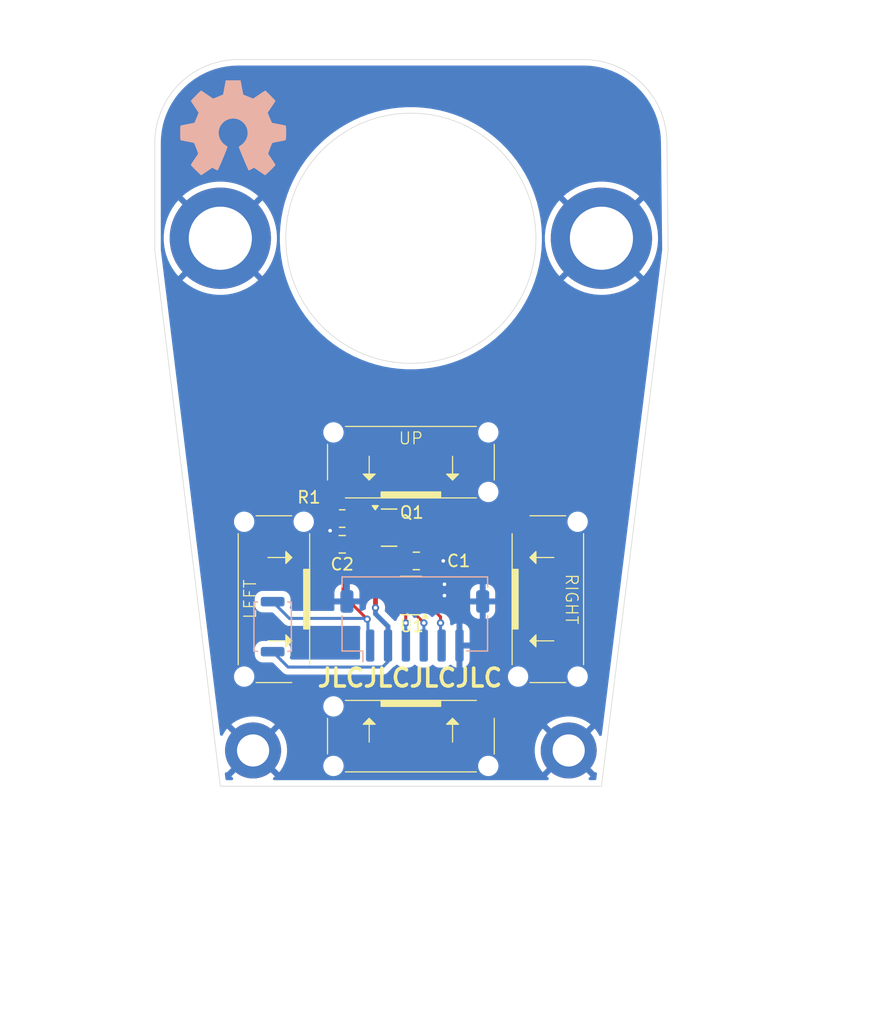
<source format=kicad_pcb>
(kicad_pcb (version 20241229) (generator "pcbnew") (generator_version "9.0")
  (title_block (title "finger cluster") (date "2025-04-19") (comment 1 "github: cinnamondev"))
  (layers (0 "F.Cu" signal) (2 "B.Cu" signal) (13 "F.Paste" user) (15 "B.Paste" user) (5 "F.SilkS" user "F.Silkscreen") (7 "B.SilkS" user "B.Silkscreen") (1 "F.Mask" user) (3 "B.Mask" user) (25 "Edge.Cuts" user))
  (net 0 "")
  (net 1 "GND")
  (net 2 "+3.3V")
  (net 3 "VDD")
  (net 4 "/INT'")
  (net 5 "/RST")
  (net 6 "/SCL")
  (net 7 "/SDA")
  (footprint "MountingHole:MountingHole_2.7mm_M2.5_DIN965_Pad" (layer "F.Cu") (at 113.25 93)
    (property "Reference" "H3" (hide yes))
    (property "Value" "MountingHole_Pad")
    (pad "1" thru_hole circle (at 0 0) (size 4.7 4.7) (drill 2.7) (layers "*.Cu" "*.Mask") (net 1 "GND"))
  )
  (footprint "cluster:key" (layer "F.Cu") (at 100 66.8)
    (property "Reference" "UP" (at 0 0 0) (layer "F.SilkS") (effects (font (thickness 0.1))))
    (property "Value" "key")
    (fp_line (start -7 3.5) (end -7 0.5) (stroke (width 0.1)) (layer "F.SilkS"))
    (fp_line (start -5.5 -1) (end 5.5 -1) (stroke (width 0.1)) (layer "F.SilkS"))
    (fp_line (start -3.5 1.5) (end -3.5 3.5) (stroke (width 0.1)) (layer "F.SilkS"))
    (fp_line (start 3.5 1.5) (end 3.5 3.5) (stroke (width 0.1)) (layer "F.SilkS"))
    (fp_line (start 5.5 5) (end -5.5 5) (stroke (width 0.1)) (layer "F.SilkS"))
    (fp_line (start 7 0.5) (end 7 3.5) (stroke (width 0.1)) (layer "F.SilkS"))
    (fp_rect (start -2.5 4.5) (end 2.5 5) (stroke (width 0.1)) (fill yes) (layer "F.SilkS"))
    (fp_poly (pts (xy -4 3) (xy -3 3) (xy -3.5 3.5)) (stroke (width 0.1)) (fill yes) (layer "F.SilkS"))
    (fp_poly (pts (xy 3 3) (xy 4 3) (xy 3.5 3.5)) (stroke (width 0.1)) (fill yes) (layer "F.SilkS"))
    (pad "" np_thru_hole circle (at -6.5 -0.5) (size 1.2 1.2) (drill 1.2) (layers "*.Cu" "*.Mask"))
    (pad "" np_thru_hole circle (at 6.5 -0.5) (size 1.2 1.2) (drill 1.2) (layers "*.Cu" "*.Mask"))
    (pad "" np_thru_hole circle (at 6.5 4.5) (size 1.2 1.2) (drill 1.2) (layers "*.Cu" "*.Mask"))
  )
  (footprint "cluster:key" (layer "F.Cu") (at 113.5 80.3 -90)
    (property "Reference" "RIGHT" (at 0 0 270) (layer "F.SilkS") (effects (font (thickness 0.1))))
    (property "Value" "key")
    (fp_line (start 5.5 5) (end -5.5 5) (stroke (width 0.1)) (layer "F.SilkS"))
    (fp_line (start -7 3.5) (end -7 0.5) (stroke (width 0.1)) (layer "F.SilkS"))
    (fp_line (start -3.5 1.5) (end -3.5 3.5) (stroke (width 0.1)) (layer "F.SilkS"))
    (fp_line (start 3.5 1.5) (end 3.5 3.5) (stroke (width 0.1)) (layer "F.SilkS"))
    (fp_line (start 7 0.5) (end 7 3.5) (stroke (width 0.1)) (layer "F.SilkS"))
    (fp_line (start -5.5 -1) (end 5.5 -1) (stroke (width 0.1)) (layer "F.SilkS"))
    (fp_rect (start -2.5 4.5) (end 2.5 5) (stroke (width 0.1)) (fill yes) (layer "F.SilkS"))
    (fp_poly (pts (xy -4 3) (xy -3 3) (xy -3.5 3.5)) (stroke (width 0.1)) (fill yes) (layer "F.SilkS"))
    (fp_poly (pts (xy 3 3) (xy 4 3) (xy 3.5 3.5)) (stroke (width 0.1)) (fill yes) (layer "F.SilkS"))
    (pad "" np_thru_hole circle (at -6.5 -0.5 270) (size 1.2 1.2) (drill 1.2) (layers "*.Cu" "*.Mask"))
    (pad "" np_thru_hole circle (at 6.5 -0.5 270) (size 1.2 1.2) (drill 1.2) (layers "*.Cu" "*.Mask"))
    (pad "" np_thru_hole circle (at 6.5 4.5 270) (size 1.2 1.2) (drill 1.2) (layers "*.Cu" "*.Mask"))
  )
  (footprint "Package_TO_SOT_SMD:SOT-23-6_Handsoldering" (layer "F.Cu") (at 100 80 180)
    (property "Reference" "U1" (at -0.076 -2.55 0) (layer "F.SilkS"))
    (property "Value" "TMAG5263")
    (fp_line (start 0.1 -1.61) (end 0.9 -1.61) (stroke (width 0.12)) (layer "F.SilkS"))
    (fp_line (start 0.1 -1.61) (end -0.7 -1.61) (stroke (width 0.12)) (layer "F.SilkS"))
    (fp_line (start -0.9 1.61) (end 0.9 1.61) (stroke (width 0.12)) (layer "F.SilkS"))
    (fp_poly (pts (xy -1.2 -1.56) (xy -1.44 -1.89) (xy -0.96 -1.89) (xy -1.2 -1.56)) (stroke (width 0.12)) (fill yes) (layer "F.SilkS"))
    (pad "1" smd roundrect (at -1.35 -0.95 180) (size 1.56 0.65) (layers "F.Cu" "F.Mask" "F.Paste") (net 6 "/SCL"))
    (pad "2" smd roundrect (at -1.35 0 180) (size 1.56 0.65) (layers "F.Cu" "F.Mask" "F.Paste") (net 1 "GND"))
    (pad "3" smd roundrect (at -1.35 0.95 180) (size 1.56 0.65) (layers "F.Cu" "F.Mask" "F.Paste") (net 1 "GND"))
    (pad "4" smd roundrect (at 1.35 0.95 180) (size 1.56 0.65) (layers "F.Cu" "F.Mask" "F.Paste") (net 3 "VDD"))
    (pad "5" smd roundrect (at 1.35 0 180) (size 1.56 0.65) (layers "F.Cu" "F.Mask" "F.Paste") (net 4 "/INT'"))
    (pad "6" smd roundrect (at 1.35 -0.95 180) (size 1.56 0.65) (layers "F.Cu" "F.Mask" "F.Paste") (net 7 "/SDA"))
  )
  (footprint "cluster:key" (layer "F.Cu") (at 100 93.8 180)
    (property "Reference" "DOWN" (hide yes))
    (property "Value" "key" (hide yes))
    (fp_line (start 7 0.5) (end 7 3.5) (stroke (width 0.1)) (layer "F.SilkS"))
    (fp_line (start 5.5 5) (end -5.5 5) (stroke (width 0.1)) (layer "F.SilkS"))
    (fp_line (start 3.5 1.5) (end 3.5 3.5) (stroke (width 0.1)) (layer "F.SilkS"))
    (fp_line (start -3.5 1.5) (end -3.5 3.5) (stroke (width 0.1)) (layer "F.SilkS"))
    (fp_line (start -5.5 -1) (end 5.5 -1) (stroke (width 0.1)) (layer "F.SilkS"))
    (fp_line (start -7 3.5) (end -7 0.5) (stroke (width 0.1)) (layer "F.SilkS"))
    (fp_rect (start -2.5 4.5) (end 2.5 5) (stroke (width 0.1)) (fill yes) (layer "F.SilkS"))
    (fp_poly (pts (xy 3 3) (xy 4 3) (xy 3.5 3.5)) (stroke (width 0.1)) (fill yes) (layer "F.SilkS"))
    (fp_poly (pts (xy -4 3) (xy -3 3) (xy -3.5 3.5)) (stroke (width 0.1)) (fill yes) (layer "F.SilkS"))
    (pad "" np_thru_hole circle (at -6.5 -0.5 180) (size 1.2 1.2) (drill 1.2) (layers "*.Cu" "*.Mask"))
    (pad "" np_thru_hole circle (at 6.5 -0.5 180) (size 1.2 1.2) (drill 1.2) (layers "*.Cu" "*.Mask"))
    (pad "" np_thru_hole circle (at 6.5 4.5 180) (size 1.2 1.2) (drill 1.2) (layers "*.Cu" "*.Mask"))
  )
  (footprint "Capacitor_SMD:C_0805_2012Metric_Pad1.18x1.45mm_HandSolder" (layer "F.Cu") (at 100.457 77.089)
    (property "Reference" "C1" (at 3.556 0 0) (layer "F.SilkS"))
    (property "Value" "100n")
    (fp_line (start -0.261252 -0.735) (end 0.261252 -0.735) (stroke (width 0.12)) (layer "F.SilkS"))
    (fp_line (start -0.261252 0.735) (end 0.261252 0.735) (stroke (width 0.12)) (layer "F.SilkS"))
    (pad "1" smd roundrect (at -1.0375 0) (size 1.175 1.45) (layers "F.Cu" "F.Mask" "F.Paste") (roundrect_rratio 0.212766) (net 3 "VDD"))
    (pad "2" smd roundrect (at 1.0375 0) (size 1.175 1.45) (layers "F.Cu" "F.Mask" "F.Paste") (roundrect_rratio 0.212766) (net 1 "GND"))
  )
  (footprint "MountingHole:MountingHole_2.7mm_M2.5_DIN965_Pad" (layer "F.Cu") (at 86.75 93)
    (property "Reference" "H4" (hide yes))
    (property "Value" "MountingHole_Pad")
    (pad "1" thru_hole circle (at 0 0) (size 4.7 4.7) (drill 2.7) (layers "*.Cu" "*.Mask") (net 1 "GND"))
  )
  (footprint "MountingHole:MountingHole_5.3mm_M5_ISO14580_Pad" (layer "F.Cu") (at 116 50)
    (property "Reference" "H1" (hide yes))
    (property "Value" "MountingHole_Pad")
    (pad "1" thru_hole circle (at 0 0) (size 8.5 8.5) (drill 5.3) (layers "*.Cu" "*.Mask") (net 1 "GND"))
  )
  (footprint "Capacitor_SMD:C_0805_2012Metric_Pad1.18x1.45mm_HandSolder" (layer "F.Cu") (at 94.234 75.692 180)
    (property "Reference" "C2" (at 0 -1.68 0) (layer "F.SilkS"))
    (property "Value" "1u")
    (fp_line (start -0.261252 0.735) (end 0.261252 0.735) (stroke (width 0.12)) (layer "F.SilkS"))
    (fp_line (start -0.261252 -0.735) (end 0.261252 -0.735) (stroke (width 0.12)) (layer "F.SilkS"))
    (pad "1" smd roundrect (at -1.0375 0 180) (size 1.175 1.45) (layers "F.Cu" "F.Mask" "F.Paste") (roundrect_rratio 0.212766) (net 2 "+3.3V"))
    (pad "2" smd roundrect (at 1.0375 0 180) (size 1.175 1.45) (layers "F.Cu" "F.Mask" "F.Paste") (roundrect_rratio 0.212766) (net 1 "GND"))
  )
  (footprint "cluster:key" (layer "F.Cu") (at 86.5 80.3 90)
    (property "Reference" "LEFT" (at 0 0 90) (layer "F.SilkS") (effects (font (thickness 0.1))))
    (property "Value" "key")
    (fp_line (start -5.5 -1) (end 5.5 -1) (stroke (width 0.1)) (layer "F.SilkS"))
    (fp_line (start 7 0.5) (end 7 3.5) (stroke (width 0.1)) (layer "F.SilkS"))
    (fp_line (start 3.5 1.5) (end 3.5 3.5) (stroke (width 0.1)) (layer "F.SilkS"))
    (fp_line (start -3.5 1.5) (end -3.5 3.5) (stroke (width 0.1)) (layer "F.SilkS"))
    (fp_line (start -7 3.5) (end -7 0.5) (stroke (width 0.1)) (layer "F.SilkS"))
    (fp_line (start 5.5 5) (end -5.5 5) (stroke (width 0.1)) (layer "F.SilkS"))
    (fp_rect (start -2.5 4.5) (end 2.5 5) (stroke (width 0.1)) (fill yes) (layer "F.SilkS"))
    (fp_poly (pts (xy 3 3) (xy 4 3) (xy 3.5 3.5)) (stroke (width 0.1)) (fill yes) (layer "F.SilkS"))
    (fp_poly (pts (xy -4 3) (xy -3 3) (xy -3.5 3.5)) (stroke (width 0.1)) (fill yes) (layer "F.SilkS"))
    (pad "" np_thru_hole circle (at -6.5 -0.5 90) (size 1.2 1.2) (drill 1.2) (layers "*.Cu" "*.Mask"))
    (pad "" np_thru_hole circle (at 6.5 -0.5 90) (size 1.2 1.2) (drill 1.2) (layers "*.Cu" "*.Mask"))
    (pad "" np_thru_hole circle (at 6.5 4.5 90) (size 1.2 1.2) (drill 1.2) (layers "*.Cu" "*.Mask"))
  )
  (footprint "MountingHole:MountingHole_5.3mm_M5_ISO14580_Pad" (layer "F.Cu") (at 84 50)
    (property "Reference" "H2" (hide yes))
    (property "Value" "MountingHole_Pad")
    (pad "1" thru_hole circle (at 0 0) (size 8.5 8.5) (drill 5.3) (layers "*.Cu" "*.Mask") (net 1 "GND"))
  )
  (footprint "Resistor_SMD:R_0805_2012Metric_Pad1.20x1.40mm_HandSolder" (layer "F.Cu") (at 94.234 73.533 180)
    (property "Reference" "R1" (at 2.794 1.778 0) (layer "F.SilkS"))
    (property "Value" "10K")
    (fp_line (start -0.227064 0.735) (end 0.227064 0.735) (stroke (width 0.12)) (layer "F.SilkS"))
    (fp_line (start -0.227064 -0.735) (end 0.227064 -0.735) (stroke (width 0.12)) (layer "F.SilkS"))
    (pad "1" smd roundrect (at -1 0 180) (size 1.2 1.4) (layers "F.Cu" "F.Mask" "F.Paste") (roundrect_rratio 0.208333) (net 5 "/RST"))
    (pad "2" smd roundrect (at 1 0 180) (size 1.2 1.4) (layers "F.Cu" "F.Mask" "F.Paste") (roundrect_rratio 0.208333) (net 1 "GND"))
  )
  (footprint "Package_TO_SOT_SMD:SOT-23" (layer "F.Cu") (at 98.171 74.295)
    (property "Reference" "Q1" (at 1.905 -1.27 0) (layer "F.SilkS"))
    (property "Value" "BSS84")
    (fp_line (start 0 -1.56) (end -0.65 -1.56) (stroke (width 0.12)) (layer "F.SilkS"))
    (fp_line (start 0 -1.56) (end 0.65 -1.56) (stroke (width 0.12)) (layer "F.SilkS"))
    (fp_line (start 0 1.56) (end -0.65 1.56) (stroke (width 0.12)) (layer "F.SilkS"))
    (fp_line (start 0 1.56) (end 0.65 1.56) (stroke (width 0.12)) (layer "F.SilkS"))
    (fp_poly (pts (xy -1.1625 -1.51) (xy -1.4025 -1.84) (xy -0.9225 -1.84)) (stroke (width 0.12)) (fill yes) (layer "F.SilkS"))
    (pad "1" smd roundrect (at -0.9375 -0.95) (size 1.475 0.6) (layers "F.Cu" "F.Mask" "F.Paste") (net 5 "/RST"))
    (pad "2" smd roundrect (at -0.9375 0.95) (size 1.475 0.6) (layers "F.Cu" "F.Mask" "F.Paste") (net 2 "+3.3V"))
    (pad "3" smd roundrect (at 0.9375 0) (size 1.475 0.6) (layers "F.Cu" "F.Mask" "F.Paste") (net 3 "VDD"))
  )
  (footprint "Symbol:OSHW-Symbol_8.9x8mm_SilkScreen" (layer "B.Cu") (at 85.09 40.7416 180)
    (property "Reference" "REF**" (hide yes))
    (property "Value" "OSHW-Symbol_8.9x8mm_SilkScreen" (hide yes))
    (fp_poly (pts (xy 0.746536 3.399573) (xy 0.859118 2.802382) (xy 1.274531 2.631135) (xy 1.689945 2.459888) (xy 2.188302 2.798767) (xy 2.327869 2.893123) (xy 2.454029 2.97737) (xy 2.560896 3.047662) (xy 2.642583 3.100153) (xy 2.693202 3.130996) (xy 2.706987 3.137647) (xy 2.731821 3.120542) (xy 2.784889 3.073256) (xy 2.860241 3.001828) (xy 2.95193 2.9123) (xy 3.054008 2.810711) (xy 3.160527 2.703102) (xy 3.265537 2.595513) (xy 3.363092 2.493985) (xy 3.447243 2.404559) (xy 3.512041 2.333274) (xy 3.551538 2.286172) (xy 3.560981 2.270408) (xy 3.547392 2.241347) (xy 3.509294 2.177679) (xy 3.450694 2.085633) (xy 3.375598 1.971436) (xy 3.288009 1.841316) (xy 3.237255 1.767099) (xy 3.144746 1.631578) (xy 3.062541 1.509284) (xy 2.994631 1.406305) (xy 2.945001 1.328727) (xy 2.917641 1.282639) (xy 2.91353 1.272953) (xy 2.92285 1.245426) (xy 2.948255 1.181272) (xy 2.985912 1.08951) (xy 3.031987 0.979161) (xy 3.082647 0.859245) (xy 3.13406 0.738781) (xy 3.18239 0.626791) (xy 3.223807 0.532293) (xy 3.254475 0.464308) (xy 3.270562 0.431857) (xy 3.271512 0.43058) (xy 3.296773 0.424383) (xy 3.364046 0.41056) (xy 3.466361 0.390468) (xy 3.596742 0.365466) (xy 3.748217 0.336914) (xy 3.836594 0.320449) (xy 3.998453 0.289631) (xy 4.14465 0.260306) (xy 4.267788 0.234079) (xy 4.36047 0.212554) (xy 4.415302 0.197335) (xy 4.426324 0.192507) (xy 4.437119 0.159826) (xy 4.44583 0.086015) (xy 4.452461 -0.020292) (xy 4.457019 -0.150467) (xy 4.45951 -0.295876) (xy 4.459939 -0.44789) (xy 4.458312 -0.597877) (xy 4.454636 -0.737206) (xy 4.448916 -0.857245) (xy 4.441158 -0.949365) (xy 4.431369 -1.004932) (xy 4.425497 -1.0165) (xy 4.3904 -1.030365) (xy 4.316029 -1.050188) (xy 4.212224 -1.073639) (xy 4.08882 -1.098391) (xy 4.045742 -1.106398) (xy 3.838048 -1.144441) (xy 3.673985 -1.175079) (xy 3.548131 -1.199529) (xy 3.455066 -1.219009) (xy 3.389368 -1.234736) (xy 3.345618 -1.247928) (xy 3.318393 -1.259804) (xy 3.302273 -1.27158) (xy 3.300018 -1.273908) (xy 3.277504 -1.3114) (xy 3.243159 -1.384365) (xy 3.200412 -1.483867) (xy 3.152693 -1.600973) (xy 3.103431 -1.726748) (xy 3.056056 -1.852257) (xy 3.013996 -1.968565) (xy 2.980681 -2.066739) (xy 2.959542 -2.137843) (xy 2.954006 -2.172942) (xy 2.954467 -2.174172) (xy 2.973224 -2.202861) (xy 3.015777 -2.265985) (xy 3.077654 -2.356973) (xy 3.154383 -2.469255) (xy 3.241492 -2.59626) (xy 3.266299 -2.632353) (xy 3.354753 -2.763203) (xy 3.432589 -2.882591) (xy 3.495567 -2.983662) (xy 3.539446 -3.059559) (xy 3.559986 -3.103427) (xy 3.560981 -3.108817) (xy 3.543723 -3.137144) (xy 3.496036 -3.193261) (xy 3.424051 -3.271137) (xy 3.333898 -3.36474) (xy 3.231706 -3.468041) (xy 3.123606 -3.575006) (xy 3.015729 -3.679606) (xy 2.914205 -3.775809) (xy 2.825163 -3.857584) (xy 2.754734 -3.9189) (xy 2.709048 -3.953726) (xy 2.69641 -3.959412) (xy 2.666992 -3.94602) (xy 2.606762 -3.909899) (xy 2.52553 -3.857136) (xy 2.463031 -3.814667) (xy 2.349786 -3.73674) (xy 2.215675 -3.644984) (xy 2.081156 -3.553375) (xy 2.008834 -3.504346) (xy 1.764039 -3.33877) (xy 1.558551 -3.449875) (xy 1.464937 -3.498548) (xy 1.385331 -3.536381) (xy 1.331468 -3.557958) (xy 1.317758 -3.560961) (xy 1.301271 -3.538793) (xy 1.268746 -3.476149) (xy 1.222609 -3.378809) (xy 1.165291 -3.252549) (xy 1.099217 -3.10315) (xy 1.026816 -2.936388) (xy 0.950517 -2.758042) (xy 0.872747 -2.573891) (xy 0.795935 -2.389712) (xy 0.722507 -2.211285) (xy 0.654893 -2.044387) (xy 0.595521 -1.894797) (xy 0.546817 -1.768293) (xy 0.511211 -1.670654) (xy 0.491131 -1.607657) (xy 0.487901 -1.586021) (xy 0.513497 -1.558424) (xy 0.569539 -1.513625) (xy 0.644312 -1.460934) (xy 0.650588 -1.456765) (xy 0.843846 -1.302069) (xy 0.999675 -1.121591) (xy 1.116725 -0.921102) (xy 1.193646 -0.706374) (xy 1.229087 -0.483177) (xy 1.221698 -0.257281) (xy 1.170128 -0.034459) (xy 1.073027 0.179521) (xy 1.044459 0.226336) (xy 0.895869 0.415382) (xy 0.720328 0.567188) (xy 0.523911 0.680966) (xy 0.312694 0.755925) (xy 0.092754 0.791278) (xy -0.129836 0.786233) (xy -0.348998 0.740001) (xy -0.558657 0.651794) (xy -0.752738 0.520821) (xy -0.812773 0.467663) (xy -0.965564 0.301261) (xy -1.076902 0.126088) (xy -1.153276 -0.070266) (xy -1.195812 -0.264717) (xy -1.206313 -0.483342) (xy -1.171299 -0.703052) (xy -1.094326 -0.91642) (xy -0.978952 -1.116022) (xy -0.828734 -1.294429) (xy -0.647226 -1.444217) (xy -0.623372 -1.460006) (xy -0.547798 -1.511712) (xy -0.490348 -1.556512) (xy -0.462882 -1.585117) (xy -0.462482 -1.586021) (xy -0.468379 -1.616964) (xy -0.491754 -1.687191) (xy -0.530178 -1.790925) (xy -0.581222 -1.92239) (xy -0.642457 -2.075807) (xy -0.711455 -2.245401) (xy -0.785786 -2.425393) (xy -0.863021 -2.610008) (xy -0.940731 -2.793468) (xy -1.016488 -2.969996) (xy -1.087862 -3.133814) (xy -1.152425 -3.279147) (xy -1.207747 -3.400217) (xy -1.251399 -3.491247) (xy -1.280953 -3.54646) (xy -1.292855 -3.560961) (xy -1.329222 -3.549669) (xy -1.397269 -3.519385) (xy -1.485263 -3.47552) (xy -1.533649 -3.449875) (xy -1.739136 -3.33877) (xy -1.983931 -3.504346) (xy -2.108893 -3.58917) (xy -2.245704 -3.682516) (xy -2.373911 -3.770408) (xy -2.438128 -3.814667) (xy -2.528448 -3.875318) (xy -2.604928 -3.923381) (xy -2.657592 -3.95277) (xy -2.674697 -3.958982) (xy -2.699594 -3.942223) (xy -2.754694 -3.895436) (xy -2.834656 -3.82348) (xy -2.934139 -3.731212) (xy -3.047799 -3.62349) (xy -3.119684 -3.554326) (xy -3.245448 -3.430757) (xy -3.354136 -3.320234) (xy -3.441354 -3.227485) (xy -3.50271 -3.157237) (xy -3.533808 -3.11422) (xy -3.536791 -3.10549) (xy -3.522946 -3.072284) (xy -3.484687 -3.005142) (xy -3.426258 -2.910863) (xy -3.351902 -2.796245) (xy -3.265864 -2.668083) (xy -3.241397 -2.632353) (xy -3.152245 -2.502489) (xy -3.072261 -2.385569) (xy -3.005919 -2.288162) (xy -2.957688 -2.216839) (xy -2.932042 -2.17817) (xy -2.929564 -2.174172) (xy -2.93327 -2.143355) (xy -2.952938 -2.075599) (xy -2.985139 -1.979839) (xy -3.026444 -1.865009) (xy -3.073424 -1.740044) (xy -3.12265 -1.613879) (xy -3.170691 -1.495448) (xy -3.214118 -1.393685) (xy -3.249503 -1.317526) (xy -3.273415 -1.275904) (xy -3.275115 -1.273908) (xy -3.289737 -1.262013) (xy -3.314434 -1.25025) (xy -3.354627 -1.237401) (xy -3.415736 -1.222249) (xy -3.503182 -1.203576) (xy -3.622387 -1.180165) (xy -3.778772 -1.150797) (xy -3.977756 -1.114255) (xy -4.020839 -1.106398) (xy -4.148529 -1.081727) (xy -4.259846 -1.057593) (xy -4.344954 -1.036324) (xy -4.394016 -1.020248) (xy -4.400594 -1.0165) (xy -4.411435 -0.983273) (xy -4.420246 -0.909021) (xy -4.427023 -0.802376) (xy -4.431759 -0.671967) (xy -4.434449 -0.526427) (xy -4.435086 -0.374386) (xy -4.433665 -0.224476) (xy -4.430179 -0.085328) (xy -4.424623 0.034428) (xy -4.416991 0.126159) (xy -4.407277 0.181234) (xy -4.401421 0.192507) (xy -4.368819 0.203877) (xy -4.294581 0.222376) (xy -4.186103 0.246398) (xy -4.050782 0.274338) (xy -3.896014 0.304592) (xy -3.811692 0.320449) (xy -3.651703 0.350356) (xy -3.509032 0.37745) (xy -3.390651 0.400369) (xy -3.303534 0.417757) (xy -3.254654 0.428253) (xy -3.246609 0.43058) (xy -3.233012 0.456814) (xy -3.20427 0.520005) (xy -3.164214 0.611123) (xy -3.116675 0.721143) (xy -3.065484 0.841035) (xy -3.014473 0.961773) (xy -2.967473 1.074329) (xy -2.928315 1.169674) (xy -2.90083 1.238783) (xy -2.88885 1.272626) (xy -2.888627 1.274105) (xy -2.902208 1.300803) (xy -2.940284 1.36224) (xy -2.998852 1.452311) (xy -3.073911 1.56491) (xy -3.161459 1.69393) (xy -3.212352 1.768039) (xy -3.30509 1.903923) (xy -3.387458 2.027291) (xy -3.455438 2.131903) (xy -3.505011 2.211517) (xy -3.532157 2.259893) (xy -3.536078 2.270738) (xy -3.519224 2.29598) (xy -3.472631 2.349876) (xy -3.402251 2.426387) (xy -3.314034 2.519477) (xy -3.213934 2.623105) (xy -3.107901 2.731236) (xy -3.001888 2.83783) (xy -2.901847 2.93685) (xy -2.813729 3.022258) (xy -2.743486 3.088015) (xy -2.697071 3.128084) (xy -2.681543 3.137647) (xy -2.65626 3.1242) (xy -2.595788 3.086425) (xy -2.506007 3.028165) (xy -2.392796 2.953266) (xy -2.262036 2.865575) (xy -2.1634 2.798767) (xy -1.665042 2.459888) (xy -1.249629 2.631135) (xy -0.834215 2.802382) (xy -0.721633 3.399573) (xy -0.60905 3.996765) (xy 0.633953 3.996765) (xy 0.746536 3.399573)) (stroke (width 0.01)) (fill yes) (layer "B.SilkS"))
  )
  (footprint "Connector_JST:JST_ZH_S6B-ZR-SM4A-TF_1x06-1MP_P1.50mm_Horizontal" (layer "B.Cu") (at 100.33 82.542)
    (property "Reference" "J1" (hide yes))
    (property "Value" "Conn_01x06_MountingPin")
    (fp_line (start -6.11 -4.11) (end 6.11 -4.11) (stroke (width 0.12)) (layer "B.SilkS"))
    (fp_line (start -6.11 -3.26) (end -6.11 -4.11) (stroke (width 0.12)) (layer "B.SilkS"))
    (fp_line (start -6.11 -0.84) (end -6.11 2.11) (stroke (width 0.12)) (layer "B.SilkS"))
    (fp_line (start -6.11 2.11) (end -4.36 2.11) (stroke (width 0.12)) (layer "B.SilkS"))
    (fp_line (start -4.36 2.11) (end -4.36 3) (stroke (width 0.12)) (layer "B.SilkS"))
    (fp_line (start 6.11 -4.11) (end 6.11 -3.26) (stroke (width 0.12)) (layer "B.SilkS"))
    (fp_line (start 6.11 -0.84) (end 6.11 2.11) (stroke (width 0.12)) (layer "B.SilkS"))
    (fp_line (start 6.11 2.11) (end 4.36 2.11) (stroke (width 0.12)) (layer "B.SilkS"))
    (pad "1" smd roundrect (at -3.75 1.65) (size 0.7 2.7) (layers "B.Cu" "B.Mask" "B.Paste") (net 5 "/RST"))
    (pad "2" smd roundrect (at -2.25 1.65) (size 0.7 2.7) (layers "B.Cu" "B.Mask" "B.Paste") (net 2 "+3.3V"))
    (pad "3" smd roundrect (at -0.75 1.65) (size 0.7 2.7) (layers "B.Cu" "B.Mask" "B.Paste") (net 7 "/SDA"))
    (pad "4" smd roundrect (at 0.75 1.65) (size 0.7 2.7) (layers "B.Cu" "B.Mask" "B.Paste") (net 4 "/INT'"))
    (pad "5" smd roundrect (at 2.25 1.65) (size 0.7 2.7) (layers "B.Cu" "B.Mask" "B.Paste") (net 6 "/SCL"))
    (pad "6" smd roundrect (at 3.75 1.65) (size 0.7 2.7) (layers "B.Cu" "B.Mask" "B.Paste") (net 1 "GND"))
    (pad "MP" smd roundrect (at -5.7 -2.05) (size 1.1 1.9) (layers "B.Cu" "B.Mask" "B.Paste") (roundrect_rratio 0.227273) (net 1 "GND"))
    (pad "MP" smd roundrect (at 5.7 -2.05) (size 1.1 1.9) (layers "B.Cu" "B.Mask" "B.Paste") (roundrect_rratio 0.227273) (net 1 "GND"))
  )
  (footprint "Button_Switch_SMD:SW_Push_SPST_NO_Alps_SKRK" (layer "B.Cu") (at 88.392 82.609 -90)
    (property "Reference" "SW1" (hide yes))
    (property "Value" "SW_SPST")
    (fp_line (start -2.07 1.57) (end 2.07 1.57) (stroke (width 0.12)) (layer "B.SilkS"))
    (fp_line (start 2.07 1.57) (end 2.07 1.27) (stroke (width 0.12)) (layer "B.SilkS"))
    (fp_line (start -2.07 1.27) (end -2.07 1.57) (stroke (width 0.12)) (layer "B.SilkS"))
    (fp_line (start 2.07 -1.27) (end 2.07 -1.57) (stroke (width 0.12)) (layer "B.SilkS"))
    (fp_line (start -2.07 -1.57) (end -2.07 -1.27) (stroke (width 0.12)) (layer "B.SilkS"))
    (fp_line (start 2.07 -1.57) (end -2.07 -1.57) (stroke (width 0.12)) (layer "B.SilkS"))
    (pad "1" smd roundrect (at -2.1 0 270) (size 0.8 2) (layers "B.Cu" "B.Mask" "B.Paste") (net 5 "/RST"))
    (pad "2" smd roundrect (at 2.1 0 270) (size 0.8 2) (layers "B.Cu" "B.Mask" "B.Paste") (net 2 "+3.3V"))
  )
  (gr_line (start 84 96) (end 78.5 51) (stroke (width 0.05)) (layer "Edge.Cuts"))
  (gr_line (start 121.602272 50.999419) (end 116 96) (stroke (width 0.05)) (layer "Edge.Cuts"))
  (gr_circle (center 100 50) (end 110.5 50) (stroke (width 0.05)) (fill no) (layer "Edge.Cuts"))
  (gr_arc (start 114.5 35) (mid 119.449747 37.050253) (end 121.5 42) (stroke (width 0.05)) (layer "Edge.Cuts"))
  (gr_line (start 85.5 35) (end 114.5 35) (stroke (width 0.05)) (layer "Edge.Cuts"))
  (gr_line (start 84 96) (end 116 96) (stroke (width 0.05)) (layer "Edge.Cuts"))
  (gr_line (start 121.5 42) (end 121.602272 50.999419) (stroke (width 0.05)) (layer "Edge.Cuts"))
  (gr_arc (start 78.5 42) (mid 80.550253 37.050253) (end 85.5 35) (stroke (width 0.05)) (layer "Edge.Cuts"))
  (gr_line (start 78.5 42) (end 78.5 51) (stroke (width 0.05)) (layer "Edge.Cuts"))
  (gr_text "yadh2-1" (at 94.361 64.008 -0) (layer "F.Cu" knockout) (effects (font (size 2.032 2.032) (thickness 0.3) (bold yes)) (justify left bottom)))
  (gr_text "JLCJLCJLCJLC" (at 92.006906 87.786673 0) (layer "F.SilkS") (effects (font (size 1.5 1.5) (thickness 0.3) (bold yes)) (justify left bottom)))
  (segment (start 93.218 74.549) (end 93.234 74.533) (width 0.4064) (layer "F.Cu") (net 1))
  (segment (start 102.8192 80) (end 101.35 80) (width 0.4064) (layer "F.Cu") (net 1))
  (segment (start 93.1965 74.5705) (end 93.1965 75.692) (width 0.4064) (layer "F.Cu") (net 1))
  (segment (start 102.8192 79.05) (end 101.35 79.05) (width 0.4064) (layer "F.Cu") (net 1))
  (segment (start 93.234 74.533) (end 93.234 73.533) (width 0.4064) (layer "F.Cu") (net 1))
  (segment (start 101.4945 77.089) (end 102.7176 77.089) (width 0.4064) (layer "F.Cu") (net 1))
  (segment (start 93.218 74.549) (end 93.1965 74.5705) (width 0.4064) (layer "F.Cu") (net 1))
  (via (at 102.8192 80) (size 0.6096) (drill 0.3048) (layers "F.Cu" "B.Cu") (net 1))
  (via (at 102.8192 79.05) (size 0.6096) (drill 0.3048) (layers "F.Cu" "B.Cu") (net 1))
  (via (at 102.7176 77.089) (size 0.6096) (drill 0.3048) (layers "F.Cu" "B.Cu") (net 1))
  (via (at 93.218 74.549) (size 0.6096) (drill 0.3048) (layers "F.Cu" "B.Cu") (net 1))
  (segment (start 97.028 77.47) (end 95.2715 75.7135) (width 0.4064) (layer "F.Cu") (net 2))
  (segment (start 95.2715 75.7135) (end 95.2715 75.692) (width 0.4064) (layer "F.Cu") (net 2))
  (segment (start 97.028 81.021986) (end 97.028 77.47) (width 0.4064) (layer "F.Cu") (net 2))
  (segment (start 95.7185 75.245) (end 95.2715 75.692) (width 0.4064) (layer "F.Cu") (net 2))
  (segment (start 97.2335 75.245) (end 95.7185 75.245) (width 0.4064) (layer "F.Cu") (net 2))
  (via (at 97.028 81.021986) (size 0.6096) (drill 0.3048) (layers "F.Cu" "B.Cu") (net 2))
  (segment (start 98.08 85.542) (end 97.6218 86.0002) (width 0.254) (layer "B.Cu") (net 2))
  (segment (start 97.028 81.021986) (end 97.028 81.534) (width 0.4064) (layer "B.Cu") (net 2))
  (segment (start 89.6832 86.0002) (end 88.392 84.709) (width 0.254) (layer "B.Cu") (net 2))
  (segment (start 98.08 84.192) (end 98.08 85.542) (width 0.254) (layer "B.Cu") (net 2))
  (segment (start 97.028 81.534) (end 98.08 82.586) (width 0.4064) (layer "B.Cu") (net 2))
  (segment (start 97.6218 86.0002) (end 89.6832 86.0002) (width 0.254) (layer "B.Cu") (net 2))
  (segment (start 98.08 82.586) (end 98.08 84.192) (width 0.4064) (layer "B.Cu") (net 2))
  (segment (start 99.187 74.3735) (end 99.187 78.513) (width 0.4064) (layer "F.Cu") (net 3))
  (segment (start 99.187 78.513) (end 98.65 79.05) (width 0.4064) (layer "F.Cu") (net 3))
  (segment (start 99.1085 74.295) (end 99.187 74.3735) (width 0.4064) (layer "F.Cu") (net 3))
  (segment (start 98.65 80) (end 99.429999 80) (width 0.254) (layer "F.Cu") (net 4))
  (segment (start 99.429999 80) (end 100.076 80.646001) (width 0.254) (layer "F.Cu") (net 4))
  (segment (start 100.076 81.28) (end 101.092 82.296) (width 0.254) (layer "F.Cu") (net 4))
  (segment (start 100.076 80.646001) (end 100.076 81.28) (width 0.254) (layer "F.Cu") (net 4))
  (via (at 101.092 82.296) (size 0.6096) (drill 0.3048) (layers "F.Cu" "B.Cu") (net 4))
  (segment (start 101.092 84.18) (end 101.08 84.192) (width 0.254) (layer "B.Cu") (net 4))
  (segment (start 101.092 82.296) (end 101.092 84.18) (width 0.254) (layer "B.Cu") (net 4))
  (segment (start 96.3295 81.9785) (end 94.302 79.951) (width 0.254) (layer "F.Cu") (net 5))
  (segment (start 97.2335 73.345) (end 95.422 73.345) (width 0.254) (layer "F.Cu") (net 5))
  (segment (start 94.302 79.951) (end 94.302 74.465) (width 0.254) (layer "F.Cu") (net 5))
  (segment (start 95.422 73.345) (end 95.234 73.533) (width 0.254) (layer "F.Cu") (net 5))
  (segment (start 94.302 74.465) (end 95.234 73.533) (width 0.254) (layer "F.Cu") (net 5))
  (via (at 96.3295 81.9785) (size 0.6096) (drill 0.3048) (layers "F.Cu" "B.Cu") (net 5))
  (segment (start 96.266 81.915) (end 96.3295 81.9785) (width 0.254) (layer "B.Cu") (net 5))
  (segment (start 96.3295 81.9785) (end 96.393 82.042) (width 0.254) (layer "B.Cu") (net 5))
  (segment (start 96.393 82.042) (end 96.393 84.005) (width 0.254) (layer "B.Cu") (net 5))
  (segment (start 89.798 81.915) (end 96.266 81.915) (width 0.254) (layer "B.Cu") (net 5))
  (segment (start 96.393 84.005) (end 96.58 84.192) (width 0.254) (layer "B.Cu") (net 5))
  (segment (start 88.392 80.509) (end 89.798 81.915) (width 0.254) (layer "B.Cu") (net 5))
  (segment (start 101.651 80.95) (end 102.489 81.788) (width 0.254) (layer "F.Cu") (net 6))
  (segment (start 102.489 81.788) (end 102.489 82.296) (width 0.254) (layer "F.Cu") (net 6))
  (segment (start 101.35 80.95) (end 101.651 80.95) (width 0.254) (layer "F.Cu") (net 6))
  (via (at 102.489 82.296) (size 0.6096) (drill 0.3048) (layers "F.Cu" "B.Cu") (net 6))
  (segment (start 102.489 84.101) (end 102.58 84.192) (width 0.254) (layer "B.Cu") (net 6))
  (segment (start 102.489 82.296) (end 102.489 84.101) (width 0.254) (layer "B.Cu") (net 6))
  (segment (start 99.568 81.661) (end 99.568 82.296) (width 0.254) (layer "F.Cu") (net 7))
  (segment (start 98.65 80.95) (end 98.857 80.95) (width 0.254) (layer "F.Cu") (net 7))
  (segment (start 98.857 80.95) (end 99.568 81.661) (width 0.254) (layer "F.Cu") (net 7))
  (via (at 99.568 82.296) (size 0.6096) (drill 0.3048) (layers "F.Cu" "B.Cu") (net 7))
  (segment (start 99.568 82.296) (end 99.568 84.18) (width 0.254) (layer "B.Cu") (net 7))
  (segment (start 99.568 84.18) (end 99.58 84.192) (width 0.254) (layer "B.Cu") (net 7))
  (zone (net 1) (net_name "GND") (layer "B.Cu") (connect_pads (clearance 0.5)) (min_thickness 0.25) (fill yes (thermal_gap 0.5) (thermal_bridge_width 0.5))
    (polygon (pts (xy 71 32) (xy 129.5 30) (xy 140.5 113) (xy 65.5 116) (xy 69.5 34)))
  )
)
</source>
